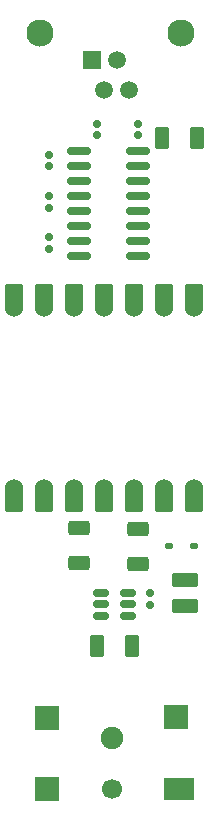
<source format=gbr>
%TF.GenerationSoftware,KiCad,Pcbnew,9.0.3*%
%TF.CreationDate,2025-09-11T19:13:47+02:00*%
%TF.ProjectId,AM03127-Controller,414d3033-3132-4372-9d43-6f6e74726f6c,rev?*%
%TF.SameCoordinates,Original*%
%TF.FileFunction,Soldermask,Top*%
%TF.FilePolarity,Negative*%
%FSLAX46Y46*%
G04 Gerber Fmt 4.6, Leading zero omitted, Abs format (unit mm)*
G04 Created by KiCad (PCBNEW 9.0.3) date 2025-09-11 19:13:47*
%MOMM*%
%LPD*%
G01*
G04 APERTURE LIST*
G04 Aperture macros list*
%AMRoundRect*
0 Rectangle with rounded corners*
0 $1 Rounding radius*
0 $2 $3 $4 $5 $6 $7 $8 $9 X,Y pos of 4 corners*
0 Add a 4 corners polygon primitive as box body*
4,1,4,$2,$3,$4,$5,$6,$7,$8,$9,$2,$3,0*
0 Add four circle primitives for the rounded corners*
1,1,$1+$1,$2,$3*
1,1,$1+$1,$4,$5*
1,1,$1+$1,$6,$7*
1,1,$1+$1,$8,$9*
0 Add four rect primitives between the rounded corners*
20,1,$1+$1,$2,$3,$4,$5,0*
20,1,$1+$1,$4,$5,$6,$7,0*
20,1,$1+$1,$6,$7,$8,$9,0*
20,1,$1+$1,$8,$9,$2,$3,0*%
G04 Aperture macros list end*
%ADD10C,2.300000*%
%ADD11R,1.500000X1.500000*%
%ADD12C,1.500000*%
%ADD13RoundRect,0.266521X0.671479X-0.346479X0.671479X0.346479X-0.671479X0.346479X-0.671479X-0.346479X0*%
%ADD14C,1.900000*%
%ADD15C,1.700000*%
%ADD16R,2.100000X2.000000*%
%ADD17R,2.500000X1.900000*%
%ADD18R,2.000000X2.000000*%
%ADD19RoundRect,0.150000X-0.825000X-0.150000X0.825000X-0.150000X0.825000X0.150000X-0.825000X0.150000X0*%
%ADD20RoundRect,0.131500X0.206500X0.131500X-0.206500X0.131500X-0.206500X-0.131500X0.206500X-0.131500X0*%
%ADD21RoundRect,0.159000X0.189000X-0.159000X0.189000X0.159000X-0.189000X0.159000X-0.189000X-0.159000X0*%
%ADD22RoundRect,0.159000X-0.189000X0.159000X-0.189000X-0.159000X0.189000X-0.159000X0.189000X0.159000X0*%
%ADD23RoundRect,0.266521X-0.346479X-0.671479X0.346479X-0.671479X0.346479X0.671479X-0.346479X0.671479X0*%
%ADD24RoundRect,0.250000X0.850000X-0.375000X0.850000X0.375000X-0.850000X0.375000X-0.850000X-0.375000X0*%
%ADD25RoundRect,0.150000X-0.512500X-0.150000X0.512500X-0.150000X0.512500X0.150000X-0.512500X0.150000X0*%
%ADD26RoundRect,0.152400X0.609600X-1.063600X0.609600X1.063600X-0.609600X1.063600X-0.609600X-1.063600X0*%
%ADD27C,1.524000*%
%ADD28RoundRect,0.152400X-0.609600X1.063600X-0.609600X-1.063600X0.609600X-1.063600X0.609600X1.063600X0*%
G04 APERTURE END LIST*
D10*
%TO.C,RJ11*%
X141172500Y-74532500D03*
X129172500Y-74532500D03*
D11*
X133642500Y-76832500D03*
D12*
X134662500Y-79372500D03*
X135682500Y-76832500D03*
X136702500Y-79372500D03*
%TD*%
D13*
%TO.C,C3*%
X137500000Y-119500000D03*
X137500000Y-116540000D03*
%TD*%
D14*
%TO.C,DC1*%
X135300000Y-134250000D03*
D15*
X135300000Y-138550000D03*
D16*
X129800000Y-132550000D03*
X129800000Y-138550000D03*
D17*
X141000000Y-138550000D03*
D18*
X140750000Y-132450000D03*
%TD*%
D19*
%TO.C,U3*%
X132525000Y-84555000D03*
X132525000Y-85825000D03*
X132525000Y-87095000D03*
X132525000Y-88365000D03*
X132525000Y-89635000D03*
X132525000Y-90905000D03*
X132525000Y-92175000D03*
X132525000Y-93445000D03*
X137475000Y-93445000D03*
X137475000Y-92175000D03*
X137475000Y-90905000D03*
X137475000Y-89635000D03*
X137475000Y-88365000D03*
X137475000Y-87095000D03*
X137475000Y-85825000D03*
X137475000Y-84555000D03*
%TD*%
D20*
%TO.C,D1*%
X142200000Y-118000000D03*
X140100000Y-118000000D03*
%TD*%
D13*
%TO.C,C2*%
X132500000Y-119480000D03*
X132500000Y-116520000D03*
%TD*%
D21*
%TO.C,C4*%
X138500000Y-123000000D03*
X138500000Y-122000000D03*
%TD*%
D22*
%TO.C,C10*%
X129961800Y-91865000D03*
X129961800Y-92865000D03*
%TD*%
D21*
%TO.C,C9*%
X134000000Y-83250000D03*
X134000000Y-82250000D03*
%TD*%
D23*
%TO.C,C1*%
X134020000Y-126500000D03*
X136980000Y-126500000D03*
%TD*%
D24*
%TO.C,L1*%
X141500000Y-123075000D03*
X141500000Y-120925000D03*
%TD*%
D23*
%TO.C,C6*%
X139520000Y-83500000D03*
X142480000Y-83500000D03*
%TD*%
D25*
%TO.C,U1*%
X134362500Y-122000000D03*
X134362500Y-122950000D03*
X134362500Y-123900000D03*
X136637500Y-123900000D03*
X136637500Y-122950000D03*
X136637500Y-122000000D03*
%TD*%
D21*
%TO.C,C5*%
X137500000Y-83250000D03*
X137500000Y-82250000D03*
%TD*%
D22*
%TO.C,C7*%
X129961800Y-84865000D03*
X129961800Y-85865000D03*
%TD*%
D26*
%TO.C,U2*%
X142240000Y-97000000D03*
D27*
X142240000Y-97835000D03*
D26*
X139700000Y-97000000D03*
D27*
X139700000Y-97835000D03*
D26*
X137160000Y-97000000D03*
D27*
X137160000Y-97835000D03*
D26*
X134620000Y-97000000D03*
D27*
X134620000Y-97835000D03*
D26*
X132080000Y-97000000D03*
D27*
X132080000Y-97835000D03*
D26*
X129540000Y-97000000D03*
D27*
X129540000Y-97835000D03*
D26*
X127000000Y-97000000D03*
D27*
X127000000Y-97835000D03*
X127000000Y-113075000D03*
D28*
X127000000Y-113910000D03*
D27*
X129540000Y-113075000D03*
D28*
X129540000Y-113910000D03*
D27*
X132080000Y-113075000D03*
D28*
X132080000Y-113910000D03*
D27*
X134620000Y-113075000D03*
D28*
X134620000Y-113910000D03*
D27*
X137160000Y-113075000D03*
D28*
X137160000Y-113910000D03*
D27*
X139700000Y-113075000D03*
D28*
X139700000Y-113910000D03*
D27*
X142240000Y-113075000D03*
D28*
X142240000Y-113910000D03*
%TD*%
D22*
%TO.C,C8*%
X129961800Y-88365000D03*
X129961800Y-89365000D03*
%TD*%
M02*

</source>
